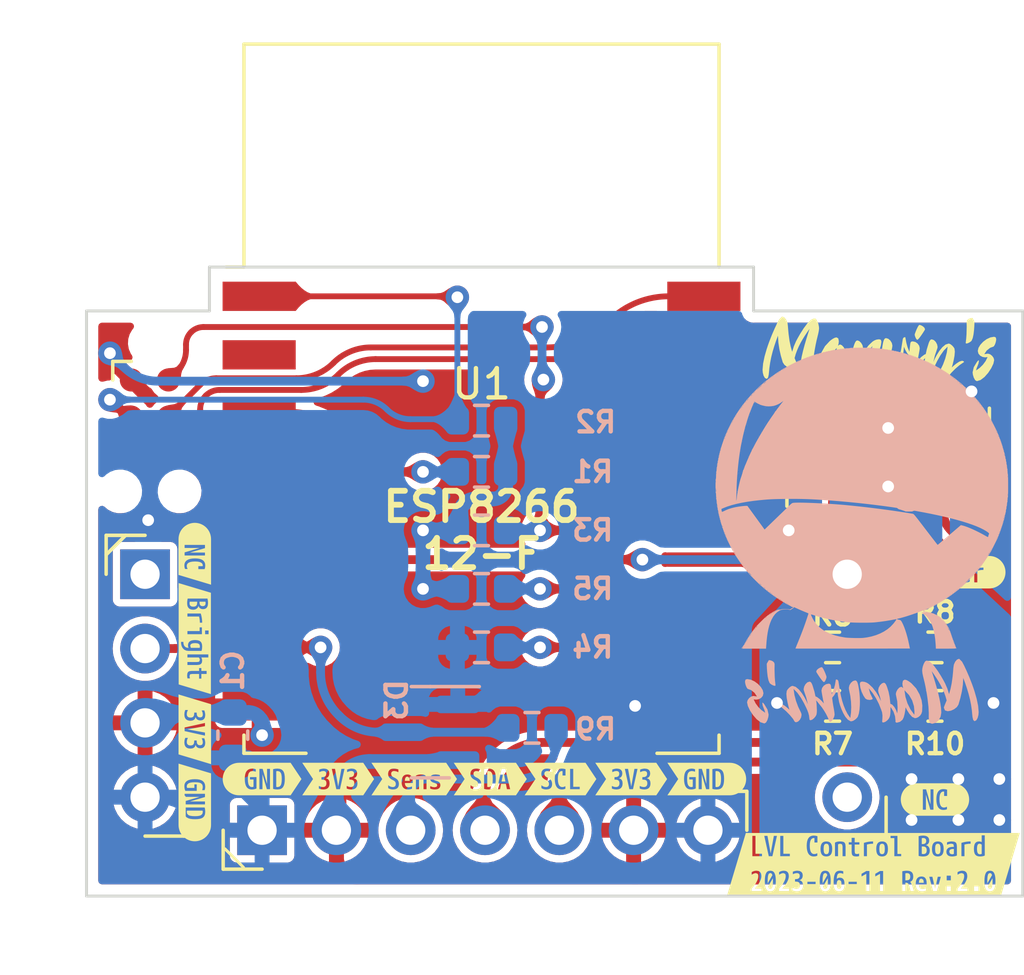
<source format=kicad_pcb>
(kicad_pcb (version 20221018) (generator pcbnew)
  (title_block (title "LVL Light Control Board + ESP8266 - 12F") (date "2023-06-11") (rev "2.0.0"))
  (layers (0 "F.Cu" signal) (31 "B.Cu" signal) (34 "B.Paste" user) (35 "F.Paste" user) (36 "B.SilkS" user "B.Silkscreen") (37 "F.SilkS" user "F.Silkscreen") (38 "B.Mask" user) (39 "F.Mask" user) (44 "Edge.Cuts" user))
  (net 0 "")
  (net 1 "GND")
  (net 2 "+3V3")
  (net 3 "/SENS")
  (net 4 "/SDA_esp")
  (net 5 "/SCL_esp")
  (net 6 "/PWM_Bright")
  (net 7 "/SCL")
  (net 8 "/SDA")
  (net 9 "/PWM_Colour")
  (net 10 "/SENS_esp")
  (net 13 "/GPIO0")
  (net 14 "Net-(U1-GPIO15)")
  (net 15 "Net-(U1-GPIO2)")
  (net 16 "/RST")
  (net 19 "/TX")
  (net 20 "/RX")
  (net 21 "Net-(U1-EN)")
  (footprint "Package_TO_SOT_SMD:SOT-23" (layer "F.Cu") (at 158.8 91.3 90)
    (fp_text reference "D1" (at 1.2 -1 180) (layer "F.SilkS") (effects (font (size 0.7 0.7))))
    (fp_text value "BAT54S")
    (pad "1" smd roundrect (at -0.9375 -0.95 90) (size 1.475 0.6) (layers "F.Cu" "F.Paste" "F.Mask") (net 1 "GND"))
    (pad "2" smd roundrect (at -0.9375 0.95 90) (size 1.475 0.6) (layers "F.Cu" "F.Paste" "F.Mask") (net 2 "+3V3"))
    (pad "3" smd roundrect (at 0.9375 0 90) (size 1.475 0.6) (layers "F.Cu" "F.Paste" "F.Mask") (net 4 "/SDA_esp"))
  )
  (footprint "Connector_PinHeader_2.54mm:PinHeader_1x04_P2.54mm_Vertical" (layer "F.Cu") (at 159.3 95.3)
    (fp_text reference "J2" hide)
    (fp_text value "CONN_01X04")
    (pad "1" thru_hole rect locked (at 0 0) (size 1.7 1.7) (drill 1) (layers "*.Cu" "*.Mask") (net 9 "/PWM_Colour"))
    (pad "4" thru_hole oval locked (at 0 7.62) (size 1.7 1.7) (drill 1) (layers "*.Cu" "*.Mask"))
  )
  (footprint "Resistor_SMD:R_0603_1608Metric" (layer "F.Cu") (at 162.3 97.8 180)
    (fp_text reference "R8" (at 0 1.2 180) (layer "F.SilkS") (effects (font (size 0.7 0.7))))
    (fp_text value "220R")
    (pad "1" smd roundrect (at -0.825 0 180) (size 0.8 0.95) (layers "F.Cu" "F.Paste" "F.Mask") (net 5 "/SCL_esp"))
    (pad "2" smd roundrect (at 0.825 0 180) (size 0.8 0.95) (layers "F.Cu" "F.Paste" "F.Mask") (net 7 "/SCL"))
  )
  (footprint "Package_TO_SOT_SMD:SOT-23" (layer "F.Cu") (at 162.6 91.3 -90)
    (fp_text reference "D2" (at 1.2 -1) (layer "F.SilkS") (effects (font (size 0.7 0.7))))
    (fp_text value "BAT54S")
    (pad "1" smd roundrect (at -0.9375 -0.95 270) (size 1.475 0.6) (layers "F.Cu" "F.Paste" "F.Mask") (net 1 "GND"))
    (pad "2" smd roundrect (at -0.9375 0.95 270) (size 1.475 0.6) (layers "F.Cu" "F.Paste" "F.Mask") (net 2 "+3V3"))
    (pad "3" smd roundrect (at 0.9375 0 270) (size 1.475 0.6) (layers "F.Cu" "F.Paste" "F.Mask") (net 5 "/SCL_esp"))
  )
  (footprint "Resistor_SMD:R_0603_1608Metric" (layer "F.Cu") (at 158.8 97.8)
    (fp_text reference "R6" (at 0 -1.1) (layer "F.SilkS") (effects (font (size 0.7 0.7))))
    (fp_text value "220R")
    (pad "1" smd roundrect (at -0.825 0) (size 0.8 0.95) (layers "F.Cu" "F.Paste" "F.Mask") (net 4 "/SDA_esp"))
    (pad "2" smd roundrect (at 0.825 0) (size 0.8 0.95) (layers "F.Cu" "F.Paste" "F.Mask") (net 8 "/SDA"))
  )
  (footprint "RF_Module:ESP-12E" (layer "F.Cu") (at 146.8 89.3)
    (fp_text reference "U1" (at 0 -0.5) (layer "F.SilkS"))
    (fp_text value "ESP-12F")
    (pad "1" smd rect (at -7.6 -3.5) (size 2.5 1) (layers "F.Cu" "F.Paste" "F.Mask") (net 16 "/RST"))
    (pad "2" smd rect (at -7.6 -1.5) (size 2.5 1) (layers "F.Cu" "F.Paste" "F.Mask"))
    (pad "3" smd rect (at -7.6 0.5) (size 2.5 1) (layers "F.Cu" "F.Paste" "F.Mask") (net 21 "Net-(U1-EN)"))
    (pad "4" smd rect (at -7.6 2.5) (size 2.5 1) (layers "F.Cu" "F.Paste" "F.Mask"))
    (pad "5" smd rect (at -7.6 4.5) (size 2.5 1) (layers "F.Cu" "F.Paste" "F.Mask") (net 9 "/PWM_Colour"))
    (pad "6" smd rect (at -7.6 6.5) (size 2.5 1) (layers "F.Cu" "F.Paste" "F.Mask") (net 6 "/PWM_Bright"))
    (pad "7" smd rect (at -7.6 8.5) (size 2.5 1) (layers "F.Cu" "F.Paste" "F.Mask") (net 10 "/SENS_esp"))
    (pad "8" smd rect (at -7.6 10.5) (size 2.5 1) (layers "F.Cu" "F.Paste" "F.Mask") (net 2 "+3V3"))
    (pad "15" smd rect (at 7.6 10.5) (size 2.5 1) (layers "F.Cu" "F.Paste" "F.Mask") (net 1 "GND"))
    (pad "16" smd rect (at 7.6 8.5) (size 2.5 1) (layers "F.Cu" "F.Paste" "F.Mask") (net 14 "Net-(U1-GPIO15)"))
    (pad "17" smd rect (at 7.6 6.5) (size 2.5 1) (layers "F.Cu" "F.Paste" "F.Mask") (net 15 "Net-(U1-GPIO2)"))
    (pad "18" smd rect (at 7.6 4.5) (size 2.5 1) (layers "F.Cu" "F.Paste" "F.Mask") (net 13 "/GPIO0"))
    (pad "19" smd rect (at 7.6 2.5) (size 2.5 1) (layers "F.Cu" "F.Paste" "F.Mask") (net 4 "/SDA_esp"))
    (pad "20" smd rect (at 7.6 0.5) (size 2.5 1) (layers "F.Cu" "F.Paste" "F.Mask") (net 5 "/SCL_esp"))
    (pad "21" smd rect (at 7.6 -1.5) (size 2.5 1) (layers "F.Cu" "F.Paste" "F.Mask") (net 20 "/RX"))
    (pad "22" smd rect (at 7.6 -3.5) (size 2.5 1) (layers "F.Cu" "F.Paste" "F.Mask") (net 19 "/TX"))
  )
  (footprint "Resistor_SMD:R_0603_1608Metric" (layer "F.Cu") (at 162.3 99.8)
    (fp_text reference "R10" (at 0 1.3) (layer "F.SilkS") (effects (font (size 0.7 0.7))))
    (fp_text value "2k2")
    (pad "1" smd roundrect (at -0.825 0) (size 0.8 0.95) (layers "F.Cu" "F.Paste" "F.Mask") (net 7 "/SCL"))
    (pad "2" smd roundrect (at 0.825 0) (size 0.8 0.95) (layers "F.Cu" "F.Paste" "F.Mask") (net 2 "+3V3"))
  )
  (footprint "Resistor_SMD:R_0603_1608Metric" (layer "F.Cu") (at 158.8 99.8 180)
    (fp_text reference "R7" (at 0 -1.3 180) (layer "F.SilkS") (effects (font (size 0.7 0.7))))
    (fp_text value "2k2")
    (pad "1" smd roundrect (at -0.825 0 180) (size 0.8 0.95) (layers "F.Cu" "F.Paste" "F.Mask") (net 8 "/SDA"))
    (pad "2" smd roundrect (at 0.825 0 180) (size 0.8 0.95) (layers "F.Cu" "F.Paste" "F.Mask") (net 2 "+3V3"))
  )
  (footprint "kibuzzard-6485EB90" (layer "F.Cu") (at 160.4 87.6)
    (fp_text reference "kibuzzard-6485EB90" hide)
    (fp_text value "G***" hide)
  )
  (footprint "kibuzzard-64859500" (layer "F.Cu") (at 141.9 102.3)
    (fp_text reference "kibuzzard-64859500" hide)
    (fp_text value "G***" hide)
  )
  (footprint "Connectors:Tag-Connect_TC2030-IDC-NL" (layer "F.Cu") (at 135.465 89.93 -90)
    (fp_text reference "J4" hide)
    (fp_text value "ESP_prog")
    (pad "" np_thru_hole circle (at -2.54 0 270) (size 0.9906 0.9906) (drill 0.9906) (layers "*.Cu" "*.Mask"))
    (pad "" np_thru_hole circle (at 2.54 -1.016 270) (size 0.9906 0.9906) (drill 0.9906) (layers "*.Cu" "*.Mask"))
    (pad "" np_thru_hole circle (at 2.54 1.016 270) (size 0.9906 0.9906) (drill 0.9906) (layers "*.Cu" "*.Mask"))
    (pad "1" smd circle (at -1.27 0.635 270) (size 0.7874 0.7874) (layers "F.Cu" "F.Mask") (net 2 "+3V3"))
    (pad "2" smd circle (at -1.27 -0.635 270) (size 0.7874 0.7874) (layers "F.Cu" "F.Mask") (net 13 "/GPIO0"))
    (pad "3" smd circle (at 0 0.635 270) (size 0.7874 0.7874) (layers "F.Cu" "F.Mask") (net 16 "/RST"))
    (pad "4" smd circle (at 0 -0.635 270) (size 0.7874 0.7874) (layers "F.Cu" "F.Mask") (net 19 "/TX"))
    (pad "5" smd circle (at 1.27 0.635 270) (size 0.7874 0.7874) (layers "F.Cu" "F.Mask") (net 1 "GND"))
    (pad "6" smd circle (at 1.27 -0.635 270) (size 0.7874 0.7874) (layers "F.Cu" "F.Mask") (net 20 "/RX"))
  )
  (footprint "kibuzzard-6485947F" (layer "F.Cu") (at 139.3 102.3)
    (fp_text reference "kibuzzard-6485947F" hide)
    (fp_text value "G***" hide)
  )
  (footprint "kibuzzard-64859916" (layer "F.Cu") (at 137 94.6 -90)
    (fp_text reference "kibuzzard-64859916" hide)
    (fp_text value "G***" hide)
  )
  (footprint "kibuzzard-64859551" (layer "F.Cu") (at 147.1 102.3)
    (fp_text reference "kibuzzard-64859551" hide)
    (fp_text value "G***" hide)
  )
  (footprint "kibuzzard-648599E7" (layer "F.Cu") (at 162.584 95.23)
    (fp_text reference "kibuzzard-648599E7" hide)
    (fp_text value "G***" hide)
  )
  (footprint "kibuzzard-64859561" (layer "F.Cu") (at 154.5 102.3)
    (fp_text reference "kibuzzard-64859561" hide)
    (fp_text value "G***" hide)
  )
  (footprint "Connector_PinHeader_2.54mm:PinHeader_1x04_P2.54mm_Vertical" (layer "F.Cu") (at 135.3 95.3)
    (fp_text reference "J1" hide)
    (fp_text value "CONN_01X04")
    (pad "1" thru_hole rect locked (at 0 0) (size 1.7 1.7) (drill 1) (layers "*.Cu" "*.Mask"))
    (pad "2" thru_hole oval locked (at 0 2.54) (size 1.7 1.7) (drill 1) (layers "*.Cu" "*.Mask") (net 6 "/PWM_Bright"))
    (pad "3" thru_hole oval locked (at 0 5.08) (size 1.7 1.7) (drill 1) (layers "*.Cu" "*.Mask") (net 2 "+3V3"))
    (pad "4" thru_hole oval locked (at 0 7.62) (size 1.7 1.7) (drill 1) (layers "*.Cu" "*.Mask") (net 1 "GND"))
  )
  (footprint "kibuzzard-64859500" (layer "F.Cu") (at 151.916 102.3)
    (fp_text reference "kibuzzard-64859500" hide)
    (fp_text value "G***" hide)
  )
  (footprint "kibuzzard-64859557" (layer "F.Cu") (at 149.5 102.3)
    (fp_text reference "kibuzzard-64859557" hide)
    (fp_text value "G***" hide)
  )
  (footprint "kibuzzard-64859B50" (layer "F.Cu") (at 162.3 103)
    (fp_text reference "kibuzzard-64859B50" hide)
    (fp_text value "G***" hide)
  )
  (footprint "kibuzzard-64859549" (layer "F.Cu") (at 144.5 102.3)
    (fp_text reference "kibuzzard-64859549" hide)
    (fp_text value "G***" hide)
  )
  (footprint "kibuzzard-64859928" (layer "F.Cu") (at 137 103.1 -90)
    (fp_text reference "kibuzzard-64859928" hide)
    (fp_text value "G***" hide)
  )
  (footprint "kibuzzard-64860007" (layer "F.Cu") (at 160.2 105.2)
    (fp_text reference "kibuzzard-64860007" hide)
    (fp_text value "G***" hide)
  )
  (footprint "Connector_PinHeader_2.54mm:PinHeader_1x07_P2.54mm_Vertical" (layer "F.Cu") (at 139.3 104.05 90)
    (fp_text reference "J3" hide)
    (fp_text value "CONN_01X07")
    (pad "1" thru_hole rect (at 0 0 90) (size 1.7 1.7) (drill 1) (layers "*.Cu" "*.Mask") (net 1 "GND"))
    (pad "2" thru_hole oval (at 0 2.54 90) (size 1.7 1.7) (drill 1) (layers "*.Cu" "*.Mask") (net 2 "+3V3"))
    (pad "3" thru_hole oval (at 0 5.08 90) (size 1.7 1.7) (drill 1) (layers "*.Cu" "*.Mask") (net 3 "/SENS"))
    (pad "4" thru_hole oval (at 0 7.62 90) (size 1.7 1.7) (drill 1) (layers "*.Cu" "*.Mask") (net 8 "/SDA"))
    (pad "5" thru_hole oval (at 0 10.16 90) (size 1.7 1.7) (drill 1) (layers "*.Cu" "*.Mask") (net 7 "/SCL"))
    (pad "6" thru_hole oval (at 0 12.7 90) (size 1.7 1.7) (drill 1) (layers "*.Cu" "*.Mask") (net 2 "+3V3"))
    (pad "7" thru_hole oval (at 0 15.24 90) (size 1.7 1.7) (drill 1) (layers "*.Cu" "*.Mask") (net 1 "GND"))
  )
  (footprint "kibuzzard-64859921" (layer "F.Cu") (at 137 100.6 -90)
    (fp_text reference "kibuzzard-64859921" hide)
    (fp_text value "G***" hide)
  )
  (footprint "kibuzzard-6485998B" (layer "F.Cu") (at 137 97.5 -90)
    (fp_text reference "kibuzzard-6485998B" hide)
    (fp_text value "G***" hide)
  )
  (footprint "Package_TO_SOT_SMD:SOT-23" (layer "B.Cu") (at 145.05 100.7 180)
    (fp_text reference "D3" (at 1.15 1.1 90) (layer "B.SilkS") (effects (font (size 0.7 0.7)) (justify mirror)))
    (fp_text value "BAT54S")
    (pad "1" smd roundrect (at -0.9375 0.95 180) (size 1.475 0.6) (layers "B.Cu" "B.Paste" "B.Mask") (net 1 "GND"))
    (pad "2" smd roundrect (at -0.9375 -0.95 180) (size 1.475 0.6) (layers "B.Cu" "B.Paste" "B.Mask") (net 2 "+3V3"))
    (pad "3" smd roundrect (at 0.9375 0 180) (size 1.475 0.6) (layers "B.Cu" "B.Paste" "B.Mask") (net 10 "/SENS_esp"))
  )
  (footprint "Resistor_SMD:R_0603_1608Metric" (layer "B.Cu") (at 146.8 91.8 180)
    (fp_text reference "R1" (at -3.8 0) (layer "B.SilkS") (effects (font (size 0.7 0.7)) (justify mirror)))
    (fp_text value "10k")
    (pad "1" smd roundrect (at -0.825 0 180) (size 0.8 0.95) (layers "B.Cu" "B.Paste" "B.Mask") (net 2 "+3V3"))
    (pad "2" smd roundrect (at 0.825 0 180) (size 0.8 0.95) (layers "B.Cu" "B.Paste" "B.Mask") (net 21 "Net-(U1-EN)"))
  )
  (footprint "Resistor_SMD:R_0603_1608Metric" (layer "B.Cu") (at 146.8 95.8 180)
    (fp_text reference "R5" (at -3.8 0) (layer "B.SilkS") (effects (font (size 0.7 0.7)) (justify mirror)))
    (fp_text value "10k")
    (pad "1" smd roundrect (at -0.825 0 180) (size 0.8 0.95) (layers "B.Cu" "B.Paste" "B.Mask") (net 15 "Net-(U1-GPIO2)"))
    (pad "2" smd roundrect (at 0.825 0 180) (size 0.8 0.95) (layers "B.Cu" "B.Paste" "B.Mask") (net 2 "+3V3"))
  )
  (footprint "LOGO" (layer "B.Cu") (at 159.8 92.327687 180)
    (fp_text reference "G***" (at 0 0) (layer "B.SilkS") (effects (font (size 1.5 1.5) (thickness 0.3)) (justify mirror)))
    (fp_text value "LOGO" hide)
  )
  (footprint "Resistor_SMD:R_0603_1608Metric" (layer "B.Cu") (at 148.525 100.55)
    (fp_text reference "R9" (at 2.175 0.05 180) (layer "B.SilkS") (effects (font (size 0.7 0.7)) (justify mirror)))
    (fp_text value "220R")
    (pad "1" smd roundrect (at -0.825 0) (size 0.8 0.95) (layers "B.Cu" "B.Paste" "B.Mask") (net 10 "/SENS_esp"))
    (pad "2" smd roundrect (at 0.825 0) (size 0.8 0.95) (layers "B.Cu" "B.Paste" "B.Mask") (net 3 "/SENS"))
  )
  (footprint "Resistor_SMD:R_0603_1608Metric" (layer "B.Cu") (at 146.8 90.05 180)
    (fp_text reference "R2" (at -3.9 -0.05) (layer "B.SilkS") (effects (font (size 0.7 0.7)) (justify mirror)))
    (fp_text value "10k")
    (pad "1" smd roundrect (at -0.825 0 180) (size 0.8 0.95) (layers "B.Cu" "B.Paste" "B.Mask") (net 2 "+3V3"))
    (pad "2" smd roundrect (at 0.825 0 180) (size 0.8 0.95) (layers "B.Cu" "B.Paste" "B.Mask") (net 16 "/RST"))
  )
  (footprint "kibuzzard-6485D4C1" (layer "B.Cu") (at 159.8 99.3 180)
    (fp_text reference "kibuzzard-6485D4C1" hide)
    (fp_text value "G***" hide)
  )
  (footprint "Capacitor_SMD:C_0603_1608Metric" (layer "B.Cu") (at 138.3 100.8 -90)
    (fp_text reference "C1" (at -2.2 0 90) (layer "B.SilkS") (effects (font (size 0.7 0.7)) (justify mirror)))
    (fp_text value "100n")
    (pad "1" smd roundrect (at -0.775 0 270) (size 0.9 0.95) (layers "B.Cu" "B.Paste" "B.Mask") (net 2 "+3V3"))
    (pad "2" smd roundrect (at 0.775 0 270) (size 0.9 0.95) (layers "B.Cu" "B.Paste" "B.Mask") (net 1 "GND"))
  )
  (footprint "Resistor_SMD:R_0603_1608Metric" (layer "B.Cu") (at 146.8 93.8 180)
    (fp_text reference "R3" (at -3.8 0) (layer "B.SilkS") (effects (font (size 0.7 0.7)) (justify mirror)))
    (fp_text value "10k")
    (pad "1" smd roundrect (at -0.825 0 180) (size 0.8 0.95) (layers "B.Cu" "B.Paste" "B.Mask") (net 13 "/GPIO0"))
    (pad "2" smd roundrect (at 0.825 0 180) (size 0.8 0.95) (layers "B.Cu" "B.Paste" "B.Mask") (net 2 "+3V3"))
  )
  (footprint "Resistor_SMD:R_0603_1608Metric" (layer "B.Cu") (at 146.8 97.8 180)
    (fp_text reference "R4" (at -3.8 0) (layer "B.SilkS") (effects (font (size 0.7 0.7)) (justify mirror)))
    (fp_text value "10k")
    (pad "1" smd roundrect (at -0.825 0 180) (size 0.8 0.95) (layers "B.Cu" "B.Paste" "B.Mask") (net 14 "Net-(U1-GPIO15)"))
    (pad "2" smd roundrect (at 0.825 0 180) (size 0.8 0.95) (layers "B.Cu" "B.Paste" "B.Mask") (net 1 "GND"))
  )
  (gr_line (start 137.5 86.3) (end 133.3 86.3) (stroke (width 0.1)) (layer "Edge.Cuts"))
  (gr_line (start 133.3 106.3) (end 165.3 106.3) (stroke (width 0.1)) (layer "Edge.Cuts"))
  (gr_line (start 156.1 84.8) (end 137.5 84.8) (stroke (width 0.1)) (layer "Edge.Cuts"))
  (gr_line (start 156.1 86.3) (end 156.1 84.8) (stroke (width 0.1)) (layer "Edge.Cuts"))
  (gr_line (start 137.5 84.8) (end 137.5 86.3) (stroke (width 0.1)) (layer "Edge.Cuts"))
  (gr_line (start 133.3 86.3) (end 133.3 106.3) (stroke (width 0.1)) (layer "Edge.Cuts"))
  (gr_line (start 165.3 106.3) (end 165.3 86.3) (stroke (width 0.1)) (layer "Edge.Cuts"))
  (gr_line (start 165.3 86.3) (end 156.1 86.3) (stroke (width 0.1)) (layer "Edge.Cuts"))
  (gr_text "ESP8266\n12-F" (at 146.8 93.8) (layer "F.SilkS") (effects (font (size 1 1) (thickness 0.2) bold)))
  (segment (start 135.42515 93.43285) (end 135.406 93.452) (width 0.3) (layer "F.Cu") (net 1))
  (segment (start 163.55 89.05) (end 163.55 90.3) (width 0.5) (layer "F.Cu") (net 1))
  (segment (start 157.85 92.861091) (end 157.85 92.3) (width 0.5) (layer "F.Cu") (net 1))
  (segment (start 135.13715 91.50715) (end 134.83 91.2) (width 0.3) (layer "F.Cu") (net 1))
  (segment (start 135.4443 93.386617) (end 135.4443 92.248675) (width 0.3) (layer "F.Cu") (net 1))
  (segment (start 152.05 99.8) (end 154.4 99.8) (width 0.5) (layer "F.Cu") (net 1))
  (segment (start 157.575001 93.525) (end 157.300002 93.8) (width 0.5) (layer "F.Cu") (net 1))
  (via (at 152.05 99.8) (size 0.8) (drill 0.4) (layers "F.Cu" "B.Cu") (net 1))
  (via (at 163.55 89.05) (size 0.8) (drill 0.4) (layers "F.Cu" "B.Cu") (net 1))
  (via (at 157.300002 93.8) (size 0.8) (drill 0.4) (layers "F.Cu" "B.Cu") (net 1))
  (via (at 135.406 93.452) (size 0.8) (drill 0.4) (layers "F.Cu" "B.Cu") (net 1))
  (arc (start 135.13715 91.50715) (mid 135.364474 91.847364) (end 135.4443 92.248675) (width 0.3) (layer "F.Cu") (net 1))
  (arc (start 157.575001 93.525) (mid 157.77853 93.220396) (end 157.85 92.861091) (width 0.5) (layer "F.Cu") (net 1))
  (arc (start 135.42515 93.43285) (mid 135.439323 93.411638) (end 135.4443 93.386617) (width 0.3) (layer "F.Cu") (net 1))
  (segment (start 138.3 101.9375) (end 138.3 101.575) (width 0.5) (layer "B.Cu") (net 1))
  (segment (start 146.05 99.45) (end 146.05 97.8) (width 0.3) (layer "B.Cu") (net 1))
  (segment (start 152.05 99.8) (end 151.8 99.55) (width 0.5) (layer "B.Cu") (net 1))
  (segment (start 151.196446 99.3) (end 147.418198 99.3) (width 0.5) (layer "B.Cu") (net 1))
  (segment (start 135.86 102.92) (end 135.3 102.92) (width 0.5) (layer "B.Cu") (net 1))
  (segment (start 138.925 104.05) (end 138.34903 104.05) (width 0.5) (layer "B.Cu") (net 1))
  (segment (start 136.985 103.485) (end 136.815979 103.315979) (width 0.5) (layer "B.Cu") (net 1))
  (segment (start 146.862132 99.537867) (end 146.875 99.525) (width 0.5) (layer "B.Cu") (net 1))
  (segment (start 138.556326 102.556326) (end 139.034834 103.034834) (width 0.5) (layer "B.Cu") (net 1))
  (arc (start 135.86 102.92) (mid 136.377372 103.022911) (end 136.815979 103.315979) (width 0.5) (layer "B.Cu") (net 1))
  (arc (start 138.3 101.9375) (mid 138.366616 102.272406) (end 138.556326 102.556326) (width 0.5) (layer "B.Cu") (net 1))
  (arc (start 136.985 103.485) (mid 137.610822 103.903161) (end 138.34903 104.05) (width 0.5) (layer "B.Cu") (net 1))
  (arc (start 147.418198 99.3) (mid 147.124221 99.358475) (end 146.875 99.525) (width 0.5) (layer "B.Cu") (net 1))
  (arc (start 139.3 103.675) (mid 139.190165 103.940165) (end 138.925 104.05) (width 0.5) (layer "B.Cu") (net 1))
  (arc (start 151.196446 99.3) (mid 151.523087 99.364972) (end 151.8 99.55) (width 0.5) (layer "B.Cu") (net 1))
  (arc (start 146.35 99.75) (mid 146.627163 99.694868) (end 146.862132 99.537867) (width 0.5) (layer "B.Cu") (net 1))
  (arc (start 146.05 99.45) (mid 146.137867 99.662132) (end 146.35 99.75) (width 0.3) (layer "B.Cu") (net 1))
  (arc (start 139.3 103.675) (mid 139.231085 103.328544) (end 139.034834 103.034834) (width 0.5) (layer "B.Cu") (net 1))
  (segment (start 152.014644 105.65) (end 142.539913 105.65) (width 0.5) (layer "F.Cu") (net 2))
  (segment (start 163.05 102.385355) (end 163.05 103.345405) (width 0.5) (layer "F.Cu") (net 2))
  (segment (start 139.27071 99.8) (end 141.281299 99.8) (width 0.5) (layer "F.Cu") (net 2))
  (segment (start 160.7 90.3) (end 160.347487 90.3) (width 0.5) (layer "F.Cu") (net 2))
  (segment (start 141.93 103.89636) (end 141.93 100.4487) (width 0.5) (layer "F.Cu") (net 2))
  (segment (start 159.75 92.3) (end 160.7 92.3) (width 0.5) (layer "F.Cu") (net 2))
  (segment (start 161.65 90.3) (end 160.7 90.3) (width 0.5) (layer "F.Cu") (net 2))
  (segment (start 152.085355 105.65) (end 160.745405 105.65) (width 0.5) (layer "F.Cu") (net 2))
  (segment (start 157.07071 99.8) (end 158.05 99.8) (width 0.5) (layer "F.Cu") (net 2))
  (segment (start 152 105.564644) (end 152 104.05) (width 0.5) (layer "F.Cu") (net 2))
  (segment (start 139.3 100.8) (end 139.3 99.97071) (width 0.5) (layer "F.Cu") (net 2))
  (segment (start 134.0995 87.743484) (end 134.764233 88.408217) (width 0.3) (layer "F.Cu") (net 2))
  (segment (start 164.3 99.7) (end 164.25 99.75) (width 0.5) (layer "F.Cu") (net 2))
  (segment (start 152.085355 105.65) (end 152.014644 105.65) (width 0.5) (layer "F.Cu") (net 2))
  (segment (start 164.129289 99.8) (end 163.05 99.8) (width 0.5) (layer "F.Cu") (net 2))
  (segment (start 159.75 92.3) (end 159.75 90.897487) (width 0.5) (layer "F.Cu") (net 2))
  (segment (start 163.1 102.3) (end 163.075 102.275) (width 0.5) (layer "F.Cu") (net 2))
  (segment (start 161.65 90.3) (end 161.65 91.702512) (width 0.5) (layer "F.Cu") (net 2))
  (segment (start 156.95 99.75) (end 156.9 99.7) (width 0.5) (layer "F.Cu") (net 2))
  (segment (start 161.052512 92.3) (end 160.7 92.3) (width 0.5) (layer "F.Cu") (net 2))
  (segment (start 134.83 88.566992) (end 134.83 88.66) (width 0.3) (layer "F.Cu") (net 2))
  (segment (start 163.1 102.3) (end 163.075 102.325) (width 0.5) (layer "F.Cu") (net 2))
  (segment (start 141.84 104.950086) (end 141.84 104.113639) (width 0.5) (layer "F.Cu") (net 2))
  (segment (start 163.05 99.8) (end 163.05 102.214644) (width 0.5) (layer "F.Cu") (net 2))
  (via (at 164.5 103.7) (size 0.8) (drill 0.4) (layers "F.Cu" "B.Cu") (net 2))
  (via (at 164.5 102.3) (size 0.8) (drill 0.4) (layers "F.Cu" "B.Cu") (net 2))
  (via (at 144.8 95.8) (size 0.8) (drill 0.4) (layers "F.Cu" "B.Cu") (net 2))
  (via (at 161.5 103.7) (size 0.8) (drill 0.4) (layers "F.Cu" "B.Cu") (net 2))
  (via (at 160.7 90.3) (size 0.8) (drill 0.4) (layers "F.Cu" "B.Cu") (net 2))
  (via (at 161.5 102.3) (size 0.8) (drill 0.4) (layers "F.Cu" "B.Cu") (net 2))
  (via (at 156.9 99.7) (size 0.8) (drill 0.4) (layers "F.Cu" "B.Cu") (net 2))
  (via (at 144.8 93.8) (size 0.8) (drill 0.4) (layers "F.Cu" "B.Cu") (net 2))
  (via (at 160.7 92.3) (size 0.8) (drill 0.4) (layers "F.Cu" "B.Cu") (net 2))
  (via (at 164.3 99.7) (size 0.8) (drill 0.4) (layers "F.Cu" "B.Cu") (net 2))
  (via (at 163.1 102.3) (size 0.8) (drill 0.4) (layers "F.Cu" "B.Cu") (net 2))
  (via (at 139.3 100.8) (size 0.8) (drill 0.4) (layers "F.Cu" "B.Cu") (net 2))
  (via (at 163.1 103.7) (size 0.8) (drill 0.4) (layers "F.Cu" "B.Cu") (net 2))
  (via (at 144.8 88.7) (size 0.8) (drill 0.4) (layers "F.Cu" "B.Cu") (net 2))
  (via (at 134.0995 87.743484) (size 0.8) (drill 0.4) (layers "F.Cu" "B.Cu") (net 2))
  (arc (start 161.475 92.125) (mid 161.604518 91.93116) (end 161.65 91.702512) (width 0.5) (layer "F.Cu") (net 2))
  (arc (start 160.347487 90.3) (mid 160.118838 90.345481) (end 159.925 90.475) (width 0.5) (layer "F.Cu") (net 2))
  (arc (start 163.075 102.325) (mid 163.056497 102.352691) (end 163.05 102.385355) (width 0.5) (layer "F.Cu") (net 2))
  (arc (start 141.74 99.99) (mid 141.88062 100.200453) (end 141.93 100.4487) (width 0.5) (layer "F.Cu") (net 2))
  (arc (start 142.045 105.445) (mid 142.272068 105.596722) (end 142.539913 105.65) (width 0.5) (layer "F.Cu") (net 2))
  (arc (start 152.025 105.625) (mid 152.006497 105.597308) (end 152 105.564644) (width 0.5) (layer "F.Cu") (net 2))
  (arc (start 141.74 99.99) (mid 141.529546 99.849379) (end 141.281299 99.8) (width 0.5) (layer "F.Cu") (net 2))
  (arc (start 141.885 104.005) (mid 141.918304 103.955155) (end 141.93 103.89636) (width 0.5) (layer "F.Cu") (net 2))
  (arc (start 141.885 104.005) (mid 141.851695 104.054844) (end 141.84 104.113639) (width 0.5) (layer "F.Cu") (net 2))
  (arc (start 159.925 90.475) (mid 159.795481 90.668838) (end 159.75 90.897487) (width 0.5) (layer "F.Cu") (net 2))
  (arc (start 139.3 99.97071) (mid 139.287005 99.905382) (end 139.25 99.85) (width 0.5) (layer "F.Cu") (net 2))
  (arc (start 161.052512 92.3) (mid 161.28116 92.254518) (end 161.475 92.125) (width 0.5) (layer "F.Cu") (net 2))
  (arc (start 162.375 104.975) (mid 161.627335 105.474573) (end 160.745405 105.65) (width 0.5) (layer "F.Cu") (net 2))
  (arc (start 156.95 99.75) (mid 157.005382 99.787005) (end 157.07071 99.8) (width 0.5) (layer "F.Cu") (net 2))
  (arc (start 164.25 99.75) (mid 164.194617 99.787005) (end 164.129289 99.8) (width 0.5) (layer "F.Cu") (net 2))
  (arc (start 163.05 102.214644) (mid 163.056497 102.247308) (end 163.075 102.275) (width 0.5) (layer "F.Cu") (net 2))
  (arc (start 139.27071 99.8) (mid 139.24365 99.81808) (end 139.25 99.85) (width 0.5) (layer "F.Cu") (net 2))
  (arc (start 152.025 105.625) (mid 152.028174 105.640959) (end 152.014644 105.65) (width 0.5) (layer "F.Cu") (net 2))
  (arc (start 141.84 104.950086) (mid 141.893277 105.217931) (end 142.045 105.445) (width 0.5) (layer "F.Cu") (net 2))
  (arc (start 134.83 88.566992) (mid 134.812907 88.481063) (end 134.764233 88.408217) (width 0.3) (layer "F.Cu") (net 2))
  (arc (start 152.085355 105.65) (mid 152.052691 105.643502) (end 152.025 105.625) (width 0.5) (layer "F.Cu") (net 2))
  (arc (start 162.375 104.975) (mid 162.874573 104.227335) (end 163.05 103.345405) (width 0.5) (layer "F.Cu") (net 2))
  (segment (start 134.0995 87.743484) (end 134.577758 88.221742) (width 0.3) (layer "B.Cu") (net 2))
  (segment (start 135.465 100.215) (end 135.3 100.38) (width 0.5) (layer "B.Cu") (net 2))
  (segment (start 135.863345 100.05) (end 138.257322 100.05) (width 0.5) (layer "B.Cu") (net 2))
  (segment (start 145.964644 101.7) (end 142.96669 101.7) (width 0.5) (layer "B.Cu") (net 2))
  (segment (start 144.8 95.8) (end 146.05 95.8) (width 0.5) (layer "B.Cu") (net 2))
  (segment (start 144.8 88.7) (end 135.732374 88.7) (width 0.3) (layer "B.Cu") (net 2))
  (segment (start 146.05 93.279809) (end 146.05 93.8) (width 0.5) (layer "B.Cu") (net 2))
  (segment (start 144.8 95.8) (end 144.8 93.8) (width 0.5) (layer "B.Cu") (net 2))
  (segment (start 146.025 101.675) (end 146.05 101.65) (width 0.5) (layer "B.Cu") (net 2))
  (segment (start 147.625 92.298223) (end 147.625 91.8) (width 0.5) (layer "B.Cu") (net 2))
  (segment (start 147.198223 92.725) (end 146.604809 92.725) (width 0.5) (layer "B.Cu") (net 2))
  (segment (start 144.8 93.8) (end 146.05 93.8) (width 0.5) (layer "B.Cu") (net 2))
  (segment (start 141.84 102.82669) (end 141.84 104.05) (width 0.5) (layer "B.Cu") (net 2))
  (segment (start 138.830545 100.025) (end 138.317677 100.025) (width 0.5) (layer "B.Cu") (net 2))
  (segment (start 147.625 91.8) (end 147.625 90.05) (width 0.5) (layer "B.Cu") (net 2))
  (segment (start 139.3 100.8) (end 139.3 100.494454) (width 0.5) (layer "B.Cu") (net 2))
  (arc (start 139.3 100.494454) (mid 139.264264 100.314801) (end 139.1625 100.1625) (width 0.5) (layer "B.Cu") (net 2))
  (arc (start 135.863345 100.05) (mid 135.647762 100.092882) (end 135.465 100.215) (width 0.5) (layer "B.Cu") (net 2))
  (arc (start 138.317677 100.025) (mid 138.301345 100.028248) (end 138.2875 100.0375) (width 0.5) (layer "B.Cu") (net 2))
  (arc (start 146.2125 92.8875) (mid 146.392493 92.767232) (end 146.604809 92.725) (width 0.5) (layer "B.Cu") (net 2))
  (arc (start 142.17 102.03) (mid 142.535524 101.785764) (end 142.96669 101.7) (width 0.5) (layer "B.Cu") (net 2))
  (arc (start 138.830545 100.025) (mid 139.010197 100.060735) (end 139.1625 100.1625) (width 0.5) (layer "B.Cu") (net 2))
  (arc (start 147.198223 92.725) (mid 147.361543 92.692513) (end 147.5 92.6) (width 0.5) (layer "B.Cu") (net 2))
  (arc (start 142.17 102.03) (mid 141.925764 102.395524) (end 141.84 102.82669) (width 0.5) (layer "B.Cu") (net 2))
  (arc (start 138.257322 100.05) (mid 138.273654 100.046751) (end 138.2875 100.0375) (width 0.5) (layer "B.Cu") (net 2))
  (arc (start 147.625 92.298223) (mid 147.592513 92.461543) (end 147.5 92.6) (width 0.5) (layer "B.Cu") (net 2))
  (arc (start 145.964644 101.7) (mid 145.997308 101.693502) (end 146.025 101.675) (width 0.5) (layer "B.Cu") (net 2))
  (arc (start 146.2125 92.8875) (mid 146.092232 93.067493) (end 146.05 93.279809) (width 0.5) (layer "B.Cu") (net 2))
  (arc (start 135.732374 88.7) (mid 135.1075 88.575704) (end 134.577758 88.221742) (width 0.3) (layer "B.Cu") (net 2))
  (segment (start 148.069669 102.3) (end 144.926274 102.3) (width 0.3) (layer "B.Cu") (net 3))
  (segment (start 149.35 101.05) (end 149.35 100.55) (width 0.3) (layer "B.Cu") (net 3))
  (segment (start 144.38 102.846274) (end 144.38 104.05) (width 0.3) (layer "B.Cu") (net 3))
  (segment (start 148.974999 101.924999) (end 148.996446 101.903553) (width 0.3) (layer "B.Cu") (net 3))
  (arc (start 144.54 102.46) (mid 144.421582 102.637224) (end 144.38 102.846274) (width 0.3) (layer "B.Cu") (net 3))
  (arc (start 144.926274 102.3) (mid 144.717224 102.341582) (end 144.54 102.46) (width 0.3) (layer "B.Cu") (net 3))
  (arc (start 149.35 101.05) (mid 149.258114 101.511939) (end 148.996446 101.903553) (width 0.3) (layer "B.Cu") (net 3))
  (arc (start 148.974999 101.924999) (mid 148.55963 102.20254) (end 148.069669 102.3) (width 0.3) (layer "B.Cu") (net 3))
  (segment (start 158.8 92.869669) (end 158.8 90.3) (width 0.3) (layer "F.Cu") (net 4))
  (segment (start 158.05 94.68033) (end 158.05 97.8) (width 0.3) (layer "F.Cu") (net 4))
  (segment (start 155.35 91.8) (end 154.4 91.8) (width 0.3) (layer "F.Cu") (net 4))
  (segment (start 156.971751 91.128248) (end 157.446446 90.653553) (width 0.3) (layer "F.Cu") (net 4))
  (segment (start 158.8 90.3) (end 158.3 90.3) (width 0.3) (layer "F.Cu") (net 4))
  (arc (start 158.425 93.775) (mid 158.147459 94.190368) (end 158.05 94.68033) (width 0.3) (layer "F.Cu") (net 4))
  (arc (start 158.425 93.775) (mid 158.70254 93.35963) (end 158.8 92.869669) (width 0.3) (layer "F.Cu") (net 4))
  (arc (start 158.3 90.3) (mid 157.83806 90.391885) (end 157.446446 90.653553) (width 0.3) (layer "F.Cu") (net 4))
  (arc (start 156.971751 91.128248) (mid 156.227685 91.625417) (end 155.35 91.8) (width 0.3) (layer "F.Cu") (net 4))
  (segment (start 162.6 93.231801) (end 162.6 92.3) (width 0.3) (layer "F.Cu") (net 5))
  (segment (start 163.05 94.318198) (end 163.05 97.8) (width 0.3) (layer "F.Cu") (net 5))
  (segment (start 157.58033 89.05) (end 161.49038 89.05) (width 0.3) (layer "F.Cu") (net 5))
  (segment (start 162.6 92.3) (end 162.6 90.159619) (width 0.3) (layer "F.Cu") (net 5))
  (segment (start 155.769669 89.8) (end 154.4 89.8) (width 0.3) (layer "F.Cu") (net 5))
  (arc (start 155.769669 89.8) (mid 156.25963 89.70254) (end 156.675 89.425) (width 0.3) (layer "F.Cu") (net 5))
  (arc (start 161.49038 89.05) (mid 161.915013 89.134464) (end 162.275 89.375) (width 0.3) (layer "F.Cu") (net 5))
  (arc (start 162.6 90.159619) (mid 162.515535 89.734986) (end 162.275 89.375) (width 0.3) (layer "F.Cu") (net 5))
  (arc (start 163.05 94.318198) (mid 162.991524 94.024221) (end 162.825 93.775) (width 0.3) (layer "F.Cu") (net 5))
  (arc (start 157.58033 89.05) (mid 157.090368 89.147459) (end 156.675 89.425) (width 0.3) (layer "F.Cu") (net 5))
  (arc (start 162.6 93.231801) (mid 162.658475 93.525778) (end 162.825 93.775) (width 0.3) (layer "F.Cu") (net 5))
  (segment (start 136.9 96.312132) (end 136.9 97.259583) (width 0.3) (layer "F.Cu") (net 6))
  (segment (start 137.412132 95.8) (end 139.2 95.8) (width 0.3) (layer "F.Cu") (net 6))
  (segment (start 136.319583 97.84) (end 135.3 97.84) (width 0.3) (layer "F.Cu") (net 6))
  (arc (start 137.412132 95.8) (mid 137.216147 95.838983) (end 137.05 95.95) (width 0.3) (layer "F.Cu") (net 6))
  (arc (start 136.9 96.312132) (mid 136.938983 96.116147) (end 137.05 95.95) (width 0.3) (layer "F.Cu") (net 6))
  (arc (start 136.73 97.67) (mid 136.541699 97.795818) (end 136.319583 97.84) (width 0.3) (layer "F.Cu") (net 6))
  (arc (start 136.73 97.67) (mid 136.855818 97.481699) (end 136.9 97.259583) (width 0.3) (layer "F.Cu") (net 6))
  (segment (start 150.176984 101.72) (end 159.979461 101.72) (width 0.3) (layer "F.Cu") (net 7))
  (segment (start 149.46 102.436984) (end 149.46 104.05) (width 0.3) (layer "F.Cu") (net 7))
  (segment (start 161.55 99.8) (end 161.55 97.8) (width 0.3) (layer "F.Cu") (net 7))
  (segment (start 161.55 99.8) (end 161.55 100.3) (width 0.3) (layer "F.Cu") (net 7))
  (segment (start 161.196446 101.153553) (end 161.089999 101.259999) (width 0.3) (layer "F.Cu") (net 7))
  (arc (start 161.089999 101.259999) (mid 160.58048 101.600449) (end 159.979461 101.72) (width 0.3) (layer "F.Cu") (net 7))
  (arc (start 149.67 101.93) (mid 149.902606 101.774577) (end 150.176984 101.72) (width 0.3) (layer "F.Cu") (net 7))
  (arc (start 149.67 101.93) (mid 149.514577 102.162606) (end 149.46 102.436984) (width 0.3) (layer "F.Cu") (net 7))
  (arc (start 161.196446 101.153553) (mid 161.458114 100.761939) (end 161.55 100.3) (width 0.3) (layer "F.Cu") (net 7))
  (segment (start 146.92 102.97903) (end 146.92 104.05) (width 0.3) (layer "F.Cu") (net 8))
  (segment (start 159.55 99.8) (end 159.55 100.623223) (width 0.3) (layer "F.Cu") (net 8))
  (segment (start 159.55 99.8) (end 159.55 97.8) (width 0.3) (layer "F.Cu") (net 8))
  (segment (start 159.123223 101.05) (end 148.84903 101.05) (width 0.3) (layer "F.Cu") (net 8))
  (arc (start 159.425 100.925) (mid 159.517513 100.786543) (end 159.55 100.623223) (width 0.3) (layer "F.Cu") (net 8))
  (arc (start 159.123223 101.05) (mid 159.286543 101.017513) (end 159.425 100.925) (width 0.3) (layer "F.Cu") (net 8))
  (arc (start 148.84903 101.05) (mid 148.110822 101.196838) (end 147.485 101.615) (width 0.3) (layer "F.Cu") (net 8))
  (arc (start 146.92 102.97903) (mid 147.066838 102.240822) (end 147.485 101.615) (width 0.3) (layer "F.Cu") (net 8))
  (segment (start 140.492893 93.8) (end 139.2 93.8) (width 0.3) (layer "F.Cu") (net 9))
  (segment (start 152.3 94.8) (end 142.907106 94.8) (width 0.3) (layer "F.Cu") (net 9))
  (via (at 152.3 94.8) (size 0.8) (drill 0.4) (layers "F.Cu" "B.Cu") (net 9))
  (arc (start 142.907106 94.8) (mid 142.253825 94.670054) (end 141.7 94.3) (width 0.3) (layer "F.Cu") (net 9))
  (arc (start 140.492893 93.8) (mid 141.146174 93.929945) (end 141.7 94.3) (width 0.3) (layer "F.Cu") (net 9))
  (segment (start 152.3 94.8) (end 155.996446 94.8) (width 0.3) (layer "B.Cu") (net 9))
  (segment (start 157.203553 95.3) (end 159.3 95.3) (width 0.3) (layer "B.Cu") (net 9))
  (arc (start 156.6 95.05) (mid 156.876912 95.235027) (end 157.203553 95.3) (width 0.3) (layer "B.Cu") (net 9))
  (arc (start 155.996446 94.8) (mid 156.323087 94.864972) (end 156.6 95.05) (width 0.3) (layer "B.Cu") (net 9))
  (segment (start 141.3 97.8) (end 139.2 97.8) (width 0.3) (layer "F.Cu") (net 10))
  (via (at 141.3 97.8) (size 0.8) (drill 0.4) (layers "F.Cu" "B.Cu") (net 10))
  (segment (start 141.3 98.651471) (end 141.3 97.8) (width 0.3) (layer "B.Cu") (net 10))
  (segment (start 141.9 100.1) (end 141.951992 100.151992) (width 0.3) (layer "B.Cu") (net 10))
  (segment (start 147.443933 100.7) (end 144.1125 100.7) (width 0.3) (layer "B.Cu") (net 10))
  (segment (start 147.625 100.625) (end 147.7 100.55) (width 0.3) (layer "B.Cu") (net 10))
  (segment (start 143.275 100.7) (end 144.05 100.7) (width 0.3) (layer "B.Cu") (net 10))
  (arc (start 143.275 100.7) (mid 142.558993 100.557577) (end 141.951992 100.151992) (width 0.3) (layer "B.Cu") (net 10))
  (arc (start 141.9 100.1) (mid 141.455934 99.435409) (end 141.3 98.651471) (width 0.3) (layer "B.Cu") (net 10))
  (arc (start 147.443933 100.7) (mid 147.541925 100.680508) (end 147.625 100.625) (width 0.3) (layer "B.Cu") (net 10))
  (segment (start 148.864585 86.85) (end 137.297487 86.85) (width 0.2) (layer "F.Cu") (net 13))
  (segment (start 148.868 86.848) (end 148.867 86.849) (width 0.2) (layer "F.Cu") (net 13))
  (segment (start 148.8 93.8) (end 154.4 93.8) (width 0.3) (layer "F.Cu") (net 13))
  (segment (start 148.857332 88.703833) (end 148.914664 88.646501) (width 0.3) (layer "F.Cu") (net 13))
  (segment (start 148.8 93.8) (end 148.8 88.842244) (width 0.3) (layer "F.Cu") (net 13))
  (segment (start 136.7 87.447487) (end 136.7 87.635735) (width 0.2) (layer "F.Cu") (net 13))
  (segment (start 136.4 88.36) (end 136.1 88.66) (width 0.2) (layer "F.Cu") (net 13))
  (via (at 148.8 93.8) (size 0.8) (drill 0.4) (layers "F.Cu" "B.Cu") (net 13))
  (via (at 148.868 86.848) (size 0.8) (drill 0.4) (layers "F.Cu" "B.Cu") (net 13))
  (via (at 148.914664 88.646501) (size 0.8) (drill 0.4) (layers "F.Cu" "B.Cu") (net 13))
  (arc (start 136.875 87.025) (mid 136.745481 87.218838) (end 136.7 87.447487) (width 0.2) (layer "F.Cu") (net 13))
  (arc (start 148.864585 86.85) (mid 148.865892 86.84974) (end 148.867 86.849) (width 0.2) (layer "F.Cu") (net 13))
  (arc (start 148.857332 88.703833) (mid 148.8149 88.767336) (end 148.8 88.842244) (width 0.3) (layer "F.Cu") (net 13))
  (arc (start 136.875 87.025) (mid 137.068838 86.895481) (end 137.297487 86.85) (width 0.2) (layer "F.Cu") (net 13))
  (arc (start 136.4 88.36) (mid 136.622032 88.027704) (end 136.7 87.635735) (width 0.2) (layer "F.Cu") (net 13))
  (segment (start 148.868 86.848) (end 148.868 88.56684) (width 0.3) (layer "B.Cu") (net 13))
  (segment (start 148.8 93.8) (end 147.55 93.8) (width 0.3) (layer "B.Cu") (net 13))
  (segment (start 148.891332 88.623169) (end 148.914664 88.646501) (width 0.3) (layer "B.Cu") (net 13))
  (arc (start 148.891332 88.623169) (mid 148.874063 88.597325) (end 148.868 88.56684) (width 0.3) (layer "B.Cu") (net 13))
  (segment (start 148.8 97.8) (end 154.4 97.8) (width 0.3) (layer "F.Cu") (net 14))
  (via (at 148.8 97.8) (size 0.8) (drill 0.4) (layers "F.Cu" "B.Cu") (net 14))
  (segment (start 148.8 97.8) (end 147.55 97.8) (width 0.3) (layer "B.Cu") (net 14))
  (segment (start 148.8 95.8) (end 154.4 95.8) (width 0.3) (layer "F.Cu") (net 15))
  (via (at 148.8 95.8) (size 0.8) (drill 0.4) (layers "F.Cu" "B.Cu") (net 15))
  (segment (start 148.8 95.8) (end 147.55 95.8) (width 0.3) (layer "B.Cu") (net 15))
  (segment (start 134.0995 89.332918) (end 134.649411 89.882829) (width 0.2) (layer "F.Cu") (net 16))
  (segment (start 134.763291 89.93) (end 134.83 89.93) (width 0.2) (layer "F.Cu") (net 16))
  (segment (start 145.959 85.816) (end 145.975 85.832) (width 0.2) (layer "F.Cu") (net 16))
  (segment (start 145.920372 85.8) (end 139.2 85.8) (width 0.2) (layer "F.Cu") (net 16))
  (via (at 134.0995 89.332918) (size 0.8) (drill 0.4) (layers "F.Cu" "B.Cu") (net 16))
  (via (at 145.975 85.832) (size 0.8) (drill 0.4) (layers "F.Cu" "B.Cu") (net 16))
  (arc (start 134.763291 89.93) (mid 134.701659 89.91774) (end 134.649411 89.882829) (width 0.2) (layer "F.Cu") (net 16))
  (arc (start 145.959 85.816) (mid 145.941277 85.804158) (end 145.920372 85.8) (width 0.2) (layer "F.Cu") (net 16))
  (segment (start 145.975 85.832) (end 145.975 90.014644) (width 0.2) (layer "B.Cu") (net 16))
  (segment (start 134.0995 89.332918) (end 142.761219 89.332918) (width 0.2) (layer "B.Cu") (net 16))
  (segment (start 144.371698 90) (end 145.889644 90) (width 0.2) (layer "B.Cu") (net 16))
  (arc (start 145.95 90.025) (mid 145.922308 90.006497) (end 145.889644 90) (width 0.2) (layer "B.Cu") (net 16))
  (arc (start 143.566459 89.666459) (mid 143.197011 89.419602) (end 142.761219 89.332918) (width 0.2) (layer "B.Cu") (net 16))
  (arc (start 145.95 90.025) (mid 145.965959 90.028174) (end 145.975 90.014644) (width 0.2) (layer "B.Cu") (net 16))
  (arc (start 144.371698 90) (mid 143.935905 89.913315) (end 143.566459 89.666459) (width 0.2) (layer "B.Cu") (net 16))
  (segment (start 153.2 85.8) (end 154.4 85.8) (width 0.2) (layer "F.Cu") (net 19))
  (segment (start 140.471938 88.600499) (end 137.734619 88.600499) (width 0.2) (layer "F.Cu") (net 19))
  (segment (start 143.014102 87.5475) (end 149.01683 87.5475) (width 0.2) (layer "F.Cu") (net 19))
  (segment (start 136.1 89.91851) (end 136.1 89.93) (width 0.2) (layer "F.Cu") (net 19))
  (segment (start 151.12625 86.67375) (end 151.151471 86.648528) (width 0.2) (layer "F.Cu") (net 19))
  (segment (start 136.108124 89.898895) (end 137.174519 88.8325) (width 0.2) (layer "F.Cu") (net 19))
  (arc (start 140.471938 88.600499) (mid 141.159842 88.463666) (end 141.74302 88.073999) (width 0.2) (layer "F.Cu") (net 19))
  (arc (start 151.151471 86.648528) (mid 152.091344 86.020525) (end 153.2 85.8) (width 0.2) (layer "F.Cu") (net 19))
  (arc (start 141.74302 88.073999) (mid 142.326197 87.684332) (end 143.014102 87.5475) (width 0.2) (layer "F.Cu") (net 19))
  (arc (start 137.174519 88.8325) (mid 137.431495 88.660794) (end 137.734619 88.600499) (width 0.2) (layer "F.Cu") (net 19))
  (arc (start 136.108124 89.898895) (mid 136.102111 89.907894) (end 136.1 89.91851) (width 0.2) (layer "F.Cu") (net 19))
  (arc (start 151.12625 86.67375) (mid 150.15844 87.320419) (end 149.01683 87.5475) (width 0.2) (layer "F.Cu") (net 19))
  (segment (start 137.846219 89) (end 140.637417 89) (width 0.2) (layer "F.Cu") (net 20))
  (segment (start 154.149053 87.947001) (end 143.179581 87.947001) (width 0.2) (layer "F.Cu") (net 20))
  (segment (start 154.326499 87.8735) (end 154.4 87.8) (width 0.2) (layer "F.Cu") (net 20))
  (segment (start 137.184 89.752) (end 137.184 89.662276) (width 0.2) (layer "F.Cu") (net 20))
  (segment (start 136.926613 90.373386) (end 136.1 91.2) (width 0.2) (layer "F.Cu") (net 20))
  (arc (start 136.926613 90.373386) (mid 137.117107 90.088291) (end 137.184 89.752) (width 0.2) (layer "F.Cu") (net 20))
  (arc (start 141.908499 88.4735) (mid 142.491676 88.083833) (end 143.179581 87.947001) (width 0.2) (layer "F.Cu") (net 20))
  (arc (start 154.326499 87.8735) (mid 154.245086 87.927898) (end 154.149053 87.947001) (width 0.2) (layer "F.Cu") (net 20))
  (arc (start 137.184 89.662276) (mid 137.234417 89.408846) (end 137.378 89.194) (width 0.2) (layer "F.Cu") (net 20))
  (arc (start 141.908499 88.4735) (mid 141.325321 88.863167) (end 140.637417 89) (width 0.2) (layer "F.Cu") (net 20))
  (arc (start 137.846219 89) (mid 137.592808 89.050421) (end 137.378 89.194) (width 0.2) (layer "F.Cu") (net 20))
  (segment (start 144.8 91.8) (end 144.05 91.8) (width 0.3) (layer "F.Cu") (net 21))
  (segment (start 140.25 89.8) (end 139.2 89.8) (width 0.3) (layer "F.Cu") (net 21))
  (segment (start 142.042462 90.542462) (end 142.769669 91.269669) (width 0.3) (layer "F.Cu") (net 21))
  (via (at 144.8 91.8) (size 0.8) (drill 0.4) (layers "F.Cu" "B.Cu") (net 21))
  (arc (start 144.05 91.8) (mid 143.35709 91.662171) (end 142.769669 91.269669) (width 0.3) (layer "F.Cu") (net 21))
  (arc (start 142.042462 90.542462) (mid 141.220073 89.992959) (end 140.25 89.8) (width 0.3) (layer "F.Cu") (net 21))
  (segment (start 144.8 91.8) (end 145.975 91.8) (width 0.3) (layer "B.Cu") (net 21))
  (zone (net 2) (net_name "+3V3") (layer "F.Cu") (connect_pads (clearance 0.254)) (min_thickness 0.254) (fill yes (thermal_gap 0.254) (thermal_bridge_width 0.508))
    (polygon (pts (xy 165.3 106.3) (xy 133.3 106.3) (xy 133.3 86.3) (xy 165.3 86.3)))
  )
  (zone (net 2) (net_name "+3V3") (layer "B.Cu") (priority 1) (connect_pads (clearance 0.254)) (min_thickness 0.254) (fill yes (thermal_gap 0.5) (thermal_bridge_width 0.5))
    (polygon (pts (xy 158.7 94.542026) (xy 158.7 89.55) (xy 162.55 89.5) (xy 162.55 94.55) (xy 165.3 97.1) (xy 165.3 106.3) (xy 156.3 106.3) (xy 156.3 97.134785)))
  )
  (zone (net 1) (net_name "GND") (layer "B.Cu") (connect_pads (clearance 0.254)) (min_thickness 0.254) (fill yes (thermal_gap 0.254) (thermal_bridge_width 0.508))
    (polygon (pts (xy 165.3 106.3) (xy 133.3 106.3) (xy 133.3 86.3) (xy 165.3 86.3)))
  )
)
</source>
